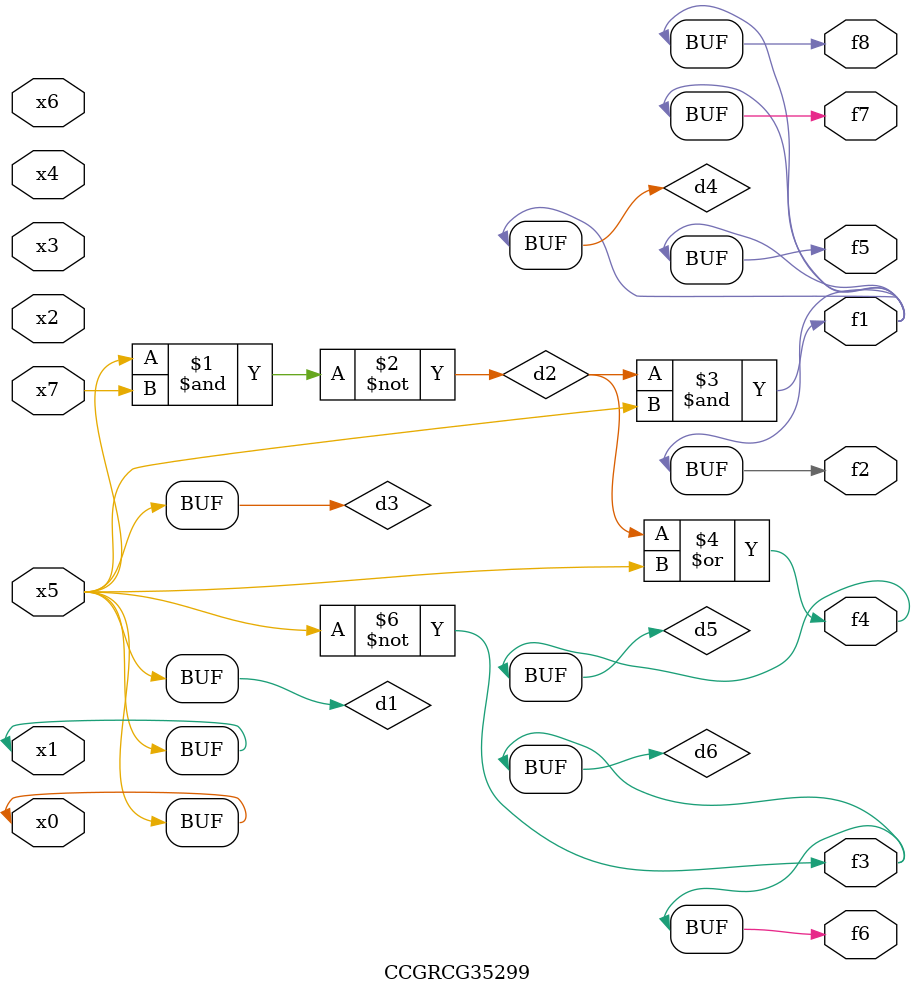
<source format=v>
module CCGRCG35299(
	input x0, x1, x2, x3, x4, x5, x6, x7,
	output f1, f2, f3, f4, f5, f6, f7, f8
);

	wire d1, d2, d3, d4, d5, d6;

	buf (d1, x0, x5);
	nand (d2, x5, x7);
	buf (d3, x0, x1);
	and (d4, d2, d3);
	or (d5, d2, d3);
	nor (d6, d1, d3);
	assign f1 = d4;
	assign f2 = d4;
	assign f3 = d6;
	assign f4 = d5;
	assign f5 = d4;
	assign f6 = d6;
	assign f7 = d4;
	assign f8 = d4;
endmodule

</source>
